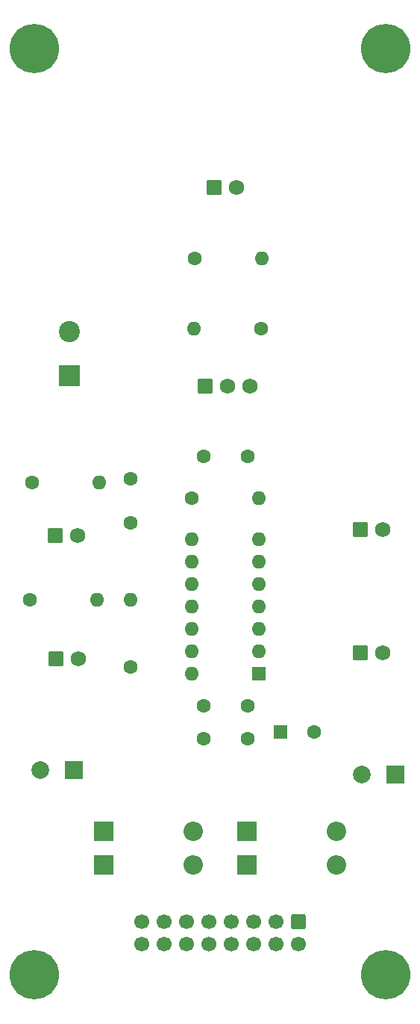
<source format=gbr>
%TF.GenerationSoftware,KiCad,Pcbnew,(6.0.7)*%
%TF.CreationDate,2023-02-21T16:01:17-05:00*%
%TF.ProjectId,HEADPHONE_AMP,48454144-5048-44f4-9e45-5f414d502e6b,rev?*%
%TF.SameCoordinates,Original*%
%TF.FileFunction,Soldermask,Bot*%
%TF.FilePolarity,Negative*%
%FSLAX46Y46*%
G04 Gerber Fmt 4.6, Leading zero omitted, Abs format (unit mm)*
G04 Created by KiCad (PCBNEW (6.0.7)) date 2023-02-21 16:01:17*
%MOMM*%
%LPD*%
G01*
G04 APERTURE LIST*
G04 Aperture macros list*
%AMRoundRect*
0 Rectangle with rounded corners*
0 $1 Rounding radius*
0 $2 $3 $4 $5 $6 $7 $8 $9 X,Y pos of 4 corners*
0 Add a 4 corners polygon primitive as box body*
4,1,4,$2,$3,$4,$5,$6,$7,$8,$9,$2,$3,0*
0 Add four circle primitives for the rounded corners*
1,1,$1+$1,$2,$3*
1,1,$1+$1,$4,$5*
1,1,$1+$1,$6,$7*
1,1,$1+$1,$8,$9*
0 Add four rect primitives between the rounded corners*
20,1,$1+$1,$2,$3,$4,$5,0*
20,1,$1+$1,$4,$5,$6,$7,0*
20,1,$1+$1,$6,$7,$8,$9,0*
20,1,$1+$1,$8,$9,$2,$3,0*%
G04 Aperture macros list end*
%ADD10C,5.600000*%
%ADD11RoundRect,0.250000X-0.620000X-0.620000X0.620000X-0.620000X0.620000X0.620000X-0.620000X0.620000X0*%
%ADD12C,1.740000*%
%ADD13C,1.600000*%
%ADD14O,1.600000X1.600000*%
%ADD15R,2.000000X2.000000*%
%ADD16C,2.000000*%
%ADD17R,2.200000X2.200000*%
%ADD18O,2.200000X2.200000*%
%ADD19R,1.600000X1.600000*%
%ADD20R,2.400000X2.400000*%
%ADD21C,2.400000*%
%ADD22RoundRect,0.250000X-0.600000X0.600000X-0.600000X-0.600000X0.600000X-0.600000X0.600000X0.600000X0*%
%ADD23C,1.700000*%
G04 APERTURE END LIST*
D10*
%TO.C,H2*%
X144920000Y-43500000D03*
%TD*%
D11*
%TO.C,J2*%
X107500000Y-112690000D03*
D12*
X110040000Y-112690000D03*
%TD*%
D13*
%TO.C,R1*%
X122940000Y-94500000D03*
D14*
X130560000Y-94500000D03*
%TD*%
D13*
%TO.C,C1*%
X116000000Y-97250000D03*
X116000000Y-92250000D03*
%TD*%
%TO.C,C4*%
X129250000Y-121750000D03*
X124250000Y-121750000D03*
%TD*%
D15*
%TO.C,C10*%
X146000000Y-125750000D03*
D16*
X142200000Y-125750000D03*
%TD*%
D11*
%TO.C,J6*%
X142000000Y-98000000D03*
D12*
X144540000Y-98000000D03*
%TD*%
D13*
%TO.C,R6*%
X104560000Y-105940000D03*
D14*
X112180000Y-105940000D03*
%TD*%
D13*
%TO.C,C2*%
X129250000Y-118000000D03*
X124250000Y-118000000D03*
%TD*%
D17*
%TO.C,D1*%
X112920000Y-132250000D03*
D18*
X123080000Y-132250000D03*
%TD*%
D13*
%TO.C,R4*%
X116000000Y-113560000D03*
D14*
X116000000Y-105940000D03*
%TD*%
D19*
%TO.C,U1*%
X130550000Y-114375000D03*
D14*
X130550000Y-111835000D03*
X130550000Y-109295000D03*
X130550000Y-106755000D03*
X130550000Y-104215000D03*
X130550000Y-101675000D03*
X130550000Y-99135000D03*
X122930000Y-99135000D03*
X122930000Y-101675000D03*
X122930000Y-104215000D03*
X122930000Y-106755000D03*
X122930000Y-109295000D03*
X122930000Y-111835000D03*
X122930000Y-114375000D03*
%TD*%
D11*
%TO.C,J4*%
X142000000Y-112000000D03*
D12*
X144540000Y-112000000D03*
%TD*%
D15*
%TO.C,C9*%
X109517677Y-125250000D03*
D16*
X105717677Y-125250000D03*
%TD*%
D11*
%TO.C,R3*%
X124460000Y-81750000D03*
D12*
X127000000Y-81750000D03*
X129540000Y-81750000D03*
%TD*%
D17*
%TO.C,D4*%
X129170000Y-136000000D03*
D18*
X139330000Y-136000000D03*
%TD*%
D13*
%TO.C,R7*%
X123250000Y-67250000D03*
D14*
X130870000Y-67250000D03*
%TD*%
D17*
%TO.C,D3*%
X112920000Y-136000000D03*
D18*
X123080000Y-136000000D03*
%TD*%
D19*
%TO.C,C5*%
X132947349Y-121000000D03*
D13*
X136747349Y-121000000D03*
%TD*%
D11*
%TO.C,J8*%
X125460000Y-59250000D03*
D12*
X128000000Y-59250000D03*
%TD*%
D20*
%TO.C,C6*%
X109000000Y-80552651D03*
D21*
X109000000Y-75552651D03*
%TD*%
D13*
%TO.C,C3*%
X124250000Y-89750000D03*
X129250000Y-89750000D03*
%TD*%
D22*
%TO.C,J3*%
X135000000Y-142460000D03*
D23*
X135000000Y-145000000D03*
X132460000Y-142460000D03*
X132460000Y-145000000D03*
X129920000Y-142460000D03*
X129920000Y-145000000D03*
X127380000Y-142460000D03*
X127380000Y-145000000D03*
X124840000Y-142460000D03*
X124840000Y-145000000D03*
X122300000Y-142460000D03*
X122300000Y-145000000D03*
X119760000Y-142460000D03*
X119760000Y-145000000D03*
X117220000Y-142460000D03*
X117220000Y-145000000D03*
%TD*%
D11*
%TO.C,J1*%
X107370000Y-98690000D03*
D12*
X109910000Y-98690000D03*
%TD*%
D13*
%TO.C,R2*%
X130810000Y-75250000D03*
D14*
X123190000Y-75250000D03*
%TD*%
D10*
%TO.C,H4*%
X144920000Y-148500000D03*
%TD*%
%TO.C,H1*%
X105080000Y-43500000D03*
%TD*%
D13*
%TO.C,R5*%
X104810000Y-92690000D03*
D14*
X112430000Y-92690000D03*
%TD*%
D17*
%TO.C,D2*%
X129170000Y-132250000D03*
D18*
X139330000Y-132250000D03*
%TD*%
D10*
%TO.C,H3*%
X105080000Y-148500000D03*
%TD*%
M02*

</source>
